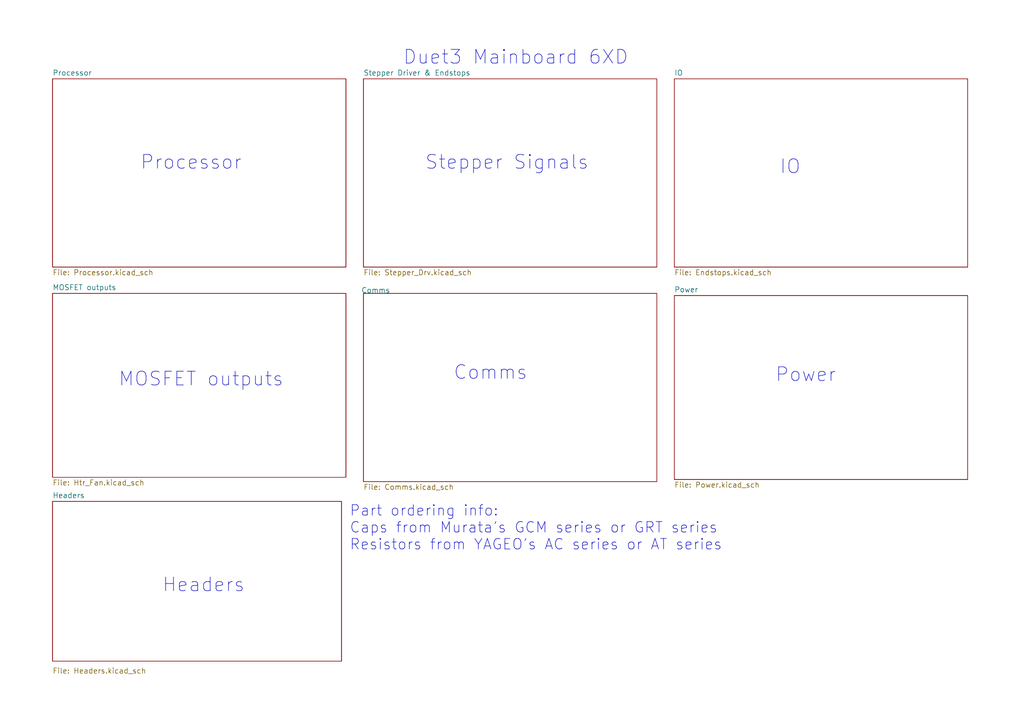
<source format=kicad_sch>
(kicad_sch
	(version 20231120)
	(generator "eeschema")
	(generator_version "8.0")
	(uuid "94813053-1316-4754-9fb4-4dbbf7dc780d")
	(paper "A4")
	(title_block
		(title "Duet 3 Main Board 6XD")
		(date "2023-02-22")
		(rev "1.01")
		(company "Duet3d")
		(comment 1 "(c) Duet3D")
	)
	(lib_symbols)
	(text "Duet3 Mainboard 6XD"
		(exclude_from_sim no)
		(at 116.84 19.05 0)
		(effects
			(font
				(size 3.9878 3.9878)
			)
			(justify left bottom)
		)
		(uuid "1f83d883-ba7e-468f-a220-5f5c108dd05b")
	)
	(text "IO"
		(exclude_from_sim no)
		(at 226.06 50.8 0)
		(effects
			(font
				(size 3.9878 3.9878)
			)
			(justify left bottom)
		)
		(uuid "201c1a76-f3c8-4013-8d41-b9a72af49348")
	)
	(text "Headers"
		(exclude_from_sim no)
		(at 46.99 172.085 0)
		(effects
			(font
				(size 3.9878 3.9878)
			)
			(justify left bottom)
		)
		(uuid "27f5c588-5530-4d89-981b-1ace627022fd")
	)
	(text "Part ordering info:\nCaps from Murata's GCM series or GRT series\nResistors from YAGEO's AC series or AT series"
		(exclude_from_sim no)
		(at 101.346 153.162 0)
		(effects
			(font
				(size 3.048 3.048)
			)
			(justify left)
		)
		(uuid "7c384e9a-3295-4497-a19d-5d1e4d19d59e")
	)
	(text "Comms"
		(exclude_from_sim no)
		(at 131.445 110.49 0)
		(effects
			(font
				(size 3.9878 3.9878)
			)
			(justify left bottom)
		)
		(uuid "7f759d97-fe57-4aea-922e-a50613cc2cfc")
	)
	(text "Processor"
		(exclude_from_sim no)
		(at 40.64 49.53 0)
		(effects
			(font
				(size 3.9878 3.9878)
			)
			(justify left bottom)
		)
		(uuid "8b199471-793c-44a5-8a86-6ec167c3df00")
	)
	(text "MOSFET outputs\n"
		(exclude_from_sim no)
		(at 34.29 112.395 0)
		(effects
			(font
				(size 3.9878 3.9878)
			)
			(justify left bottom)
		)
		(uuid "b9638642-9317-4f17-b295-505bce047f8d")
	)
	(text "Power"
		(exclude_from_sim no)
		(at 224.79 111.125 0)
		(effects
			(font
				(size 3.9878 3.9878)
			)
			(justify left bottom)
		)
		(uuid "cb2a7ecb-42eb-44d5-8ebb-4f08b0a07155")
	)
	(text "Stepper Signals\n"
		(exclude_from_sim no)
		(at 123.19 49.53 0)
		(effects
			(font
				(size 3.9878 3.9878)
			)
			(justify left bottom)
		)
		(uuid "d3d6f656-5f2d-489d-b978-0914e635c1c3")
	)
	(sheet
		(at 15.24 22.86)
		(size 85.09 54.61)
		(fields_autoplaced yes)
		(stroke
			(width 0)
			(type solid)
		)
		(fill
			(color 0 0 0 0.0000)
		)
		(uuid "00000000-0000-0000-0000-000050523307")
		(property "Sheetname" "Processor"
			(at 15.24 22.0214 0)
			(effects
				(font
					(size 1.524 1.524)
				)
				(justify left bottom)
			)
		)
		(property "Sheetfile" "Processor.kicad_sch"
			(at 15.24 78.1562 0)
			(effects
				(font
					(size 1.524 1.524)
				)
				(justify left top)
			)
		)
		(instances
			(project "Duet3_MB_6XD"
				(path "/94813053-1316-4754-9fb4-4dbbf7dc780d"
					(page "1")
				)
			)
		)
	)
	(sheet
		(at 105.41 22.86)
		(size 85.09 54.61)
		(fields_autoplaced yes)
		(stroke
			(width 0)
			(type solid)
		)
		(fill
			(color 0 0 0 0.0000)
		)
		(uuid "00000000-0000-0000-0000-0000505779e3")
		(property "Sheetname" "Stepper Driver & Endstops"
			(at 105.41 22.0214 0)
			(effects
				(font
					(size 1.524 1.524)
				)
				(justify left bottom)
			)
		)
		(property "Sheetfile" "Stepper_Drv.kicad_sch"
			(at 105.41 78.1562 0)
			(effects
				(font
					(size 1.524 1.524)
				)
				(justify left top)
			)
		)
		(instances
			(project "Duet3_MB_6XD"
				(path "/94813053-1316-4754-9fb4-4dbbf7dc780d"
					(page "2")
				)
			)
		)
	)
	(sheet
		(at 195.58 85.725)
		(size 85.09 53.34)
		(fields_autoplaced yes)
		(stroke
			(width 0)
			(type solid)
		)
		(fill
			(color 0 0 0 0.0000)
		)
		(uuid "00000000-0000-0000-0000-000050577a22")
		(property "Sheetname" "Power"
			(at 195.58 84.8864 0)
			(effects
				(font
					(size 1.524 1.524)
				)
				(justify left bottom)
			)
		)
		(property "Sheetfile" "Power.kicad_sch"
			(at 195.58 139.7512 0)
			(effects
				(font
					(size 1.524 1.524)
				)
				(justify left top)
			)
		)
		(instances
			(project "Duet3_MB_6XD"
				(path "/94813053-1316-4754-9fb4-4dbbf7dc780d"
					(page "6")
				)
			)
		)
	)
	(sheet
		(at 15.24 145.415)
		(size 83.82 46.355)
		(stroke
			(width 0)
			(type solid)
		)
		(fill
			(color 0 0 0 0.0000)
		)
		(uuid "00000000-0000-0000-0000-000050656780")
		(property "Sheetname" "Headers"
			(at 15.24 144.5764 0)
			(effects
				(font
					(size 1.524 1.524)
				)
				(justify left bottom)
			)
		)
		(property "Sheetfile" "Headers.kicad_sch"
			(at 15.24 193.675 0)
			(effects
				(font
					(size 1.524 1.524)
				)
				(justify left top)
			)
		)
		(instances
			(project "Duet3_MB_6XD"
				(path "/94813053-1316-4754-9fb4-4dbbf7dc780d"
					(page "7")
				)
			)
		)
	)
	(sheet
		(at 15.24 85.09)
		(size 85.09 53.34)
		(fields_autoplaced yes)
		(stroke
			(width 0)
			(type solid)
		)
		(fill
			(color 0 0 0 0.0000)
		)
		(uuid "00000000-0000-0000-0000-00005b12c3fc")
		(property "Sheetname" "MOSFET outputs"
			(at 15.24 84.2514 0)
			(effects
				(font
					(size 1.524 1.524)
				)
				(justify left bottom)
			)
		)
		(property "Sheetfile" "Htr_Fan.kicad_sch"
			(at 15.24 139.1162 0)
			(effects
				(font
					(size 1.524 1.524)
				)
				(justify left top)
			)
		)
		(instances
			(project "Duet3_MB_6XD"
				(path "/94813053-1316-4754-9fb4-4dbbf7dc780d"
					(page "4")
				)
			)
		)
	)
	(sheet
		(at 105.41 85.09)
		(size 85.09 54.61)
		(stroke
			(width 0)
			(type solid)
		)
		(fill
			(color 0 0 0 0.0000)
		)
		(uuid "00000000-0000-0000-0000-00005b64a4e7")
		(property "Sheetname" "Comms"
			(at 104.775 85.09 0)
			(effects
				(font
					(size 1.524 1.524)
				)
				(justify left bottom)
			)
		)
		(property "Sheetfile" "Comms.kicad_sch"
			(at 105.41 140.3862 0)
			(effects
				(font
					(size 1.524 1.524)
				)
				(justify left top)
			)
		)
		(instances
			(project "Duet3_MB_6XD"
				(path "/94813053-1316-4754-9fb4-4dbbf7dc780d"
					(page "5")
				)
			)
		)
	)
	(sheet
		(at 195.58 22.86)
		(size 85.09 54.61)
		(fields_autoplaced yes)
		(stroke
			(width 0)
			(type solid)
		)
		(fill
			(color 0 0 0 0.0000)
		)
		(uuid "00000000-0000-0000-0000-00005f4ec372")
		(property "Sheetname" "IO"
			(at 195.58 22.0214 0)
			(effects
				(font
					(size 1.524 1.524)
				)
				(justify left bottom)
			)
		)
		(property "Sheetfile" "Endstops.kicad_sch"
			(at 195.58 78.1562 0)
			(effects
				(font
					(size 1.524 1.524)
				)
				(justify left top)
			)
		)
		(instances
			(project "Duet3_MB_6XD"
				(path "/94813053-1316-4754-9fb4-4dbbf7dc780d"
					(page "3")
				)
			)
		)
	)
	(sheet_instances
		(path "/"
			(page "0")
		)
	)
)

</source>
